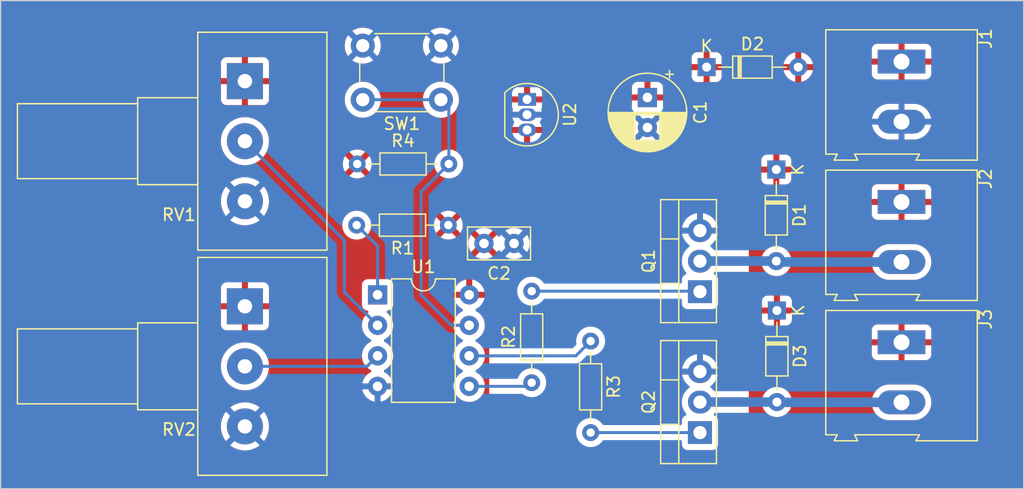
<source format=kicad_pcb>
(kicad_pcb (version 20221018) (generator pcbnew)
  (layers (0 "F.Cu" signal) (31 "B.Cu" signal) (34 "B.Paste" user) (35 "F.Paste" user) (36 "B.SilkS" user "B.Silkscreen") (37 "F.SilkS" user "F.Silkscreen") (38 "B.Mask" user) (39 "F.Mask" user) (44 "Edge.Cuts" user))
  (net 0 "")
  (net 1 "GND")
  (net 2 "+5V")
  (net 3 "+12V")
  (net 4 "Net-(D1-A)")
  (net 5 "Net-(D3-A)")
  (net 6 "Net-(Q1-G)")
  (net 7 "Net-(U1-~{RESET}{slash}PB5)")
  (net 8 "Net-(Q2-G)")
  (net 9 "Net-(U1-AREF{slash}PB0)")
  (net 10 "Net-(U1-PB1)")
  (net 11 "+12P")
  (net 12 "Net-(U1-XTAL2{slash}PB4)")
  (net 13 "Net-(U1-XTAL1{slash}PB3)")
  (net 14 "Net-(U1-PB2)")
  (footprint "Package_TO_SOT_THT:TO-220-3_Vertical" (layer "F.Cu") (at 171.196 62.3316 90)
    (fp_text reference "Q1" (at 2.54 -4.27 90) (layer "F.SilkS"))
    (fp_text value "IRLZ44N")
    (fp_line (start -2.58 -3.27) (end -2.58 1.371) (stroke (width 0.12)) (layer "F.SilkS"))
    (fp_line (start -2.58 -3.27) (end 7.66 -3.27) (stroke (width 0.12)) (layer "F.SilkS"))
    (fp_line (start -2.58 -1.76) (end 7.66 -1.76) (stroke (width 0.12)) (layer "F.SilkS"))
    (fp_line (start -2.58 1.371) (end 7.66 1.371) (stroke (width 0.12)) (layer "F.SilkS"))
    (fp_line (start 0.69 -3.27) (end 0.69 -1.76) (stroke (width 0.12)) (layer "F.SilkS"))
    (fp_line (start 4.391 -3.27) (end 4.391 -1.76) (stroke (width 0.12)) (layer "F.SilkS"))
    (fp_line (start 7.66 -3.27) (end 7.66 1.371) (stroke (width 0.12)) (layer "F.SilkS"))
    (pad "1" thru_hole rect (at 0 0 90) (size 1.905 2) (drill 1.1) (layers "*.Cu" "*.Mask") (net 6 "Net-(Q1-G)"))
    (pad "2" thru_hole oval (at 2.54 0 90) (size 1.905 2) (drill 1.1) (layers "*.Cu" "*.Mask") (net 4 "Net-(D1-A)"))
    (pad "3" thru_hole oval (at 5.08 0 90) (size 1.905 2) (drill 1.1) (layers "*.Cu" "*.Mask") (net 1 "GND"))
  )
  (footprint "Diode_THT:D_DO-34_SOD68_P7.62mm_Horizontal" (layer "F.Cu") (at 171.7498 43.6372)
    (fp_text reference "D2" (at 3.81 -1.92) (layer "F.SilkS"))
    (fp_text value "1N5820")
    (fp_text user "K" (at 0 -1.75) (layer "F.SilkS"))
    (fp_line (start 0.99 0) (end 2.17 0) (stroke (width 0.12)) (layer "F.SilkS"))
    (fp_line (start 2.17 -0.92) (end 2.17 0.92) (stroke (width 0.12)) (layer "F.SilkS"))
    (fp_line (start 2.17 0.92) (end 5.45 0.92) (stroke (width 0.12)) (layer "F.SilkS"))
    (fp_line (start 2.626 -0.92) (end 2.626 0.92) (stroke (width 0.12)) (layer "F.SilkS"))
    (fp_line (start 2.746 -0.92) (end 2.746 0.92) (stroke (width 0.12)) (layer "F.SilkS"))
    (fp_line (start 2.866 -0.92) (end 2.866 0.92) (stroke (width 0.12)) (layer "F.SilkS"))
    (fp_line (start 5.45 -0.92) (end 2.17 -0.92) (stroke (width 0.12)) (layer "F.SilkS"))
    (fp_line (start 5.45 0.92) (end 5.45 -0.92) (stroke (width 0.12)) (layer "F.SilkS"))
    (fp_line (start 6.63 0) (end 5.45 0) (stroke (width 0.12)) (layer "F.SilkS"))
    (pad "1" thru_hole rect (at 0 0) (size 1.5 1.5) (drill 0.75) (layers "*.Cu" "*.Mask") (net 11 "+12P"))
    (pad "2" thru_hole oval (at 7.62 0) (size 1.5 1.5) (drill 0.75) (layers "*.Cu" "*.Mask") (net 3 "+12V"))
  )
  (footprint "Diode_THT:D_DO-34_SOD68_P7.62mm_Horizontal" (layer "F.Cu") (at 177.546 52.1666 -90)
    (fp_text reference "D1" (at 3.81 -1.92 90) (layer "F.SilkS"))
    (fp_text value "1N5820")
    (fp_text user "K" (at 0 -1.75 90) (layer "F.SilkS"))
    (fp_line (start 0.99 0) (end 2.17 0) (stroke (width 0.12)) (layer "F.SilkS"))
    (fp_line (start 2.17 -0.92) (end 2.17 0.92) (stroke (width 0.12)) (layer "F.SilkS"))
    (fp_line (start 2.17 0.92) (end 5.45 0.92) (stroke (width 0.12)) (layer "F.SilkS"))
    (fp_line (start 2.626 -0.92) (end 2.626 0.92) (stroke (width 0.12)) (layer "F.SilkS"))
    (fp_line (start 2.746 -0.92) (end 2.746 0.92) (stroke (width 0.12)) (layer "F.SilkS"))
    (fp_line (start 2.866 -0.92) (end 2.866 0.92) (stroke (width 0.12)) (layer "F.SilkS"))
    (fp_line (start 5.45 -0.92) (end 2.17 -0.92) (stroke (width 0.12)) (layer "F.SilkS"))
    (fp_line (start 5.45 0.92) (end 5.45 -0.92) (stroke (width 0.12)) (layer "F.SilkS"))
    (fp_line (start 6.63 0) (end 5.45 0) (stroke (width 0.12)) (layer "F.SilkS"))
    (pad "1" thru_hole rect (at 0 0 270) (size 1.5 1.5) (drill 0.75) (layers "*.Cu" "*.Mask") (net 3 "+12V"))
    (pad "2" thru_hole oval (at 7.62 0 270) (size 1.5 1.5) (drill 0.75) (layers "*.Cu" "*.Mask") (net 4 "Net-(D1-A)"))
  )
  (footprint "Potentiometer_THT:Potentiometer_Alps_RK163_Single_Horizontal" (layer "F.Cu") (at 133.35 63.5508)
    (fp_text reference "RV2" (at -5.4864 10.2616 180) (layer "F.SilkS"))
    (fp_text value "OUT1")
    (fp_line (start -18.92 8.12) (end -18.92 1.88) (stroke (width 0.12)) (layer "F.SilkS"))
    (fp_line (start -8.92 1.88) (end -18.92 1.88) (stroke (width 0.12)) (layer "F.SilkS"))
    (fp_line (start -8.92 8.12) (end -18.92 8.12) (stroke (width 0.12)) (layer "F.SilkS"))
    (fp_line (start -8.92 8.62) (end -8.92 1.38) (stroke (width 0.12)) (layer "F.SilkS"))
    (fp_line (start -3.92 1.38) (end -8.92 1.38) (stroke (width 0.12)) (layer "F.SilkS"))
    (fp_line (start -3.92 8.62) (end -8.92 8.62) (stroke (width 0.12)) (layer "F.SilkS"))
    (fp_line (start -3.92 14.07) (end -3.92 -4.07) (stroke (width 0.12)) (layer "F.SilkS"))
    (fp_line (start 6.82 -4.07) (end -3.92 -4.07) (stroke (width 0.12)) (layer "F.SilkS"))
    (fp_line (start 6.82 14.07) (end -3.92 14.07) (stroke (width 0.12)) (layer "F.SilkS"))
    (fp_line (start 6.82 14.07) (end 6.82 -4.07) (stroke (width 0.12)) (layer "F.SilkS"))
    (pad "1" thru_hole rect (at 0 0 180) (size 3 3) (drill 1.2) (layers "*.Cu" "*.Mask") (net 2 "+5V"))
    (pad "2" thru_hole circle (at 0 5 180) (size 3 3) (drill 1.2) (layers "*.Cu" "*.Mask") (net 12 "Net-(U1-XTAL2{slash}PB4)"))
    (pad "3" thru_hole circle (at 0 10 180) (size 3 3) (drill 1.2) (layers "*.Cu" "*.Mask") (net 1 "GND"))
  )
  (footprint "Diode_THT:D_DO-34_SOD68_P7.62mm_Horizontal" (layer "F.Cu") (at 177.5968 63.9014 -90)
    (fp_text reference "D3" (at 3.81 -1.92 90) (layer "F.SilkS"))
    (fp_text value "1N5820")
    (fp_text user "K" (at 0 -1.75 90) (layer "F.SilkS"))
    (fp_line (start 0.99 0) (end 2.17 0) (stroke (width 0.12)) (layer "F.SilkS"))
    (fp_line (start 2.17 -0.92) (end 2.17 0.92) (stroke (width 0.12)) (layer "F.SilkS"))
    (fp_line (start 2.17 0.92) (end 5.45 0.92) (stroke (width 0.12)) (layer "F.SilkS"))
    (fp_line (start 2.626 -0.92) (end 2.626 0.92) (stroke (width 0.12)) (layer "F.SilkS"))
    (fp_line (start 2.746 -0.92) (end 2.746 0.92) (stroke (width 0.12)) (layer "F.SilkS"))
    (fp_line (start 2.866 -0.92) (end 2.866 0.92) (stroke (width 0.12)) (layer "F.SilkS"))
    (fp_line (start 5.45 -0.92) (end 2.17 -0.92) (stroke (width 0.12)) (layer "F.SilkS"))
    (fp_line (start 5.45 0.92) (end 5.45 -0.92) (stroke (width 0.12)) (layer "F.SilkS"))
    (fp_line (start 6.63 0) (end 5.45 0) (stroke (width 0.12)) (layer "F.SilkS"))
    (pad "1" thru_hole rect (at 0 0 270) (size 1.5 1.5) (drill 0.75) (layers "*.Cu" "*.Mask") (net 3 "+12V"))
    (pad "2" thru_hole oval (at 7.62 0 270) (size 1.5 1.5) (drill 0.75) (layers "*.Cu" "*.Mask") (net 5 "Net-(D3-A)"))
  )
  (footprint "Package_TO_SOT_THT:TO-220-3_Vertical" (layer "F.Cu") (at 171.196 74.0664 90)
    (fp_text reference "Q2" (at 2.54 -4.27 90) (layer "F.SilkS"))
    (fp_text value "IRLZ44N")
    (fp_line (start -2.58 -3.27) (end -2.58 1.371) (stroke (width 0.12)) (layer "F.SilkS"))
    (fp_line (start -2.58 -3.27) (end 7.66 -3.27) (stroke (width 0.12)) (layer "F.SilkS"))
    (fp_line (start -2.58 -1.76) (end 7.66 -1.76) (stroke (width 0.12)) (layer "F.SilkS"))
    (fp_line (start -2.58 1.371) (end 7.66 1.371) (stroke (width 0.12)) (layer "F.SilkS"))
    (fp_line (start 0.69 -3.27) (end 0.69 -1.76) (stroke (width 0.12)) (layer "F.SilkS"))
    (fp_line (start 4.391 -3.27) (end 4.391 -1.76) (stroke (width 0.12)) (layer "F.SilkS"))
    (fp_line (start 7.66 -3.27) (end 7.66 1.371) (stroke (width 0.12)) (layer "F.SilkS"))
    (pad "1" thru_hole rect (at 0 0 90) (size 1.905 2) (drill 1.1) (layers "*.Cu" "*.Mask") (net 8 "Net-(Q2-G)"))
    (pad "2" thru_hole oval (at 2.54 0 90) (size 1.905 2) (drill 1.1) (layers "*.Cu" "*.Mask") (net 5 "Net-(D3-A)"))
    (pad "3" thru_hole oval (at 5.08 0 90) (size 1.905 2) (drill 1.1) (layers "*.Cu" "*.Mask") (net 1 "GND"))
  )
  (footprint "Package_TO_SOT_THT:TO-92_Inline" (layer "F.Cu") (at 156.8152 46.3296 -90)
    (fp_text reference "U2" (at 1.27 -3.56 90) (layer "F.SilkS"))
    (fp_text value "L78L05_TO92")
    (fp_line (start -0.53 1.85) (end 3.07 1.85) (stroke (width 0.12)) (layer "F.SilkS"))
    (fp_arc (start -0.568478 1.838478) (mid -1.132087 -0.994977) (end 1.27 -2.6) (stroke (width 0.12)) (layer "F.SilkS"))
    (fp_arc (start 1.27 -2.6) (mid 3.672087 -0.994977) (end 3.108478 1.838478) (stroke (width 0.12)) (layer "F.SilkS"))
    (pad "1" thru_hole rect (at 0 0 270) (size 1.05 1.5) (drill 0.75) (layers "*.Cu" "*.Mask") (net 11 "+12P"))
    (pad "2" thru_hole oval (at 1.27 0 270) (size 1.05 1.5) (drill 0.75) (layers "*.Cu" "*.Mask") (net 1 "GND"))
    (pad "3" thru_hole oval (at 2.54 0 270) (size 1.05 1.5) (drill 0.75) (layers "*.Cu" "*.Mask") (net 2 "+5V"))
  )
  (footprint "TerminalBlock:TerminalBlock_Altech_AK300-2_P5.00mm" (layer "F.Cu") (at 187.96 54.864 -90)
    (fp_text reference "J2" (at -1.92 -6.99 90) (layer "F.SilkS"))
    (fp_text value "OUT0")
    (fp_line (start -2.65 -6.3) (end -2.65 6.3) (stroke (width 0.12)) (layer "F.SilkS"))
    (fp_line (start -2.65 6.3) (end 7.7 6.3) (stroke (width 0.12)) (layer "F.SilkS"))
    (fp_line (start 7.7 -1.5) (end 8.2 -1.2) (stroke (width 0.12)) (layer "F.SilkS"))
    (fp_line (start 7.7 3.9) (end 7.7 -1.5) (stroke (width 0.12)) (layer "F.SilkS"))
    (fp_line (start 7.7 5.35) (end 8.2 5.6) (stroke (width 0.12)) (layer "F.SilkS"))
    (fp_line (start 7.7 6.3) (end 7.7 5.35) (stroke (width 0.12)) (layer "F.SilkS"))
    (fp_line (start 8.2 -6.3) (end -2.65 -6.3) (stroke (width 0.12)) (layer "F.SilkS"))
    (fp_line (start 8.2 -1.2) (end 8.2 -6.3) (stroke (width 0.12)) (layer "F.SilkS"))
    (fp_line (start 8.2 3.65) (end 7.7 3.9) (stroke (width 0.12)) (layer "F.SilkS"))
    (fp_line (start 8.2 3.7) (end 8.2 3.65) (stroke (width 0.12)) (layer "F.SilkS"))
    (fp_line (start 8.2 5.6) (end 8.2 3.7) (stroke (width 0.12)) (layer "F.SilkS"))
    (pad "1" thru_hole rect (at 0 0 270) (size 1.98 3.96) (drill 1.32) (layers "*.Cu" "*.Mask") (net 3 "+12V"))
    (pad "2" thru_hole oval (at 5 0 270) (size 1.98 3.96) (drill 1.32) (layers "*.Cu" "*.Mask") (net 4 "Net-(D1-A)"))
  )
  (footprint "Button_Switch_THT:SW_PUSH_6mm" (layer "F.Cu") (at 149.65 46.35 180)
    (fp_text reference "SW1" (at 3.25 -2) (layer "F.SilkS"))
    (fp_text value "Function")
    (fp_line (start -0.25 1.5) (end -0.25 3) (stroke (width 0.12)) (layer "F.SilkS"))
    (fp_line (start 1 5.5) (end 5.5 5.5) (stroke (width 0.12)) (layer "F.SilkS"))
    (fp_line (start 5.5 -1) (end 1 -1) (stroke (width 0.12)) (layer "F.SilkS"))
    (fp_line (start 6.75 3) (end 6.75 1.5) (stroke (width 0.12)) (layer "F.SilkS"))
    (pad "1" thru_hole circle (at 0 0 270) (size 2 2) (drill 1.1) (layers "*.Cu" "*.Mask") (net 14 "Net-(U1-PB2)"))
    (pad "1" thru_hole circle (at 6.5 0 270) (size 2 2) (drill 1.1) (layers "*.Cu" "*.Mask") (net 14 "Net-(U1-PB2)"))
    (pad "2" thru_hole circle (at 0 4.5 270) (size 2 2) (drill 1.1) (layers "*.Cu" "*.Mask") (net 1 "GND"))
    (pad "2" thru_hole circle (at 6.5 4.5 270) (size 2 2) (drill 1.1) (layers "*.Cu" "*.Mask") (net 1 "GND"))
  )
  (footprint "Package_DIP:DIP-8_W7.62mm" (layer "F.Cu") (at 144.3836 62.5956)
    (fp_text reference "U1" (at 3.81 -2.33) (layer "F.SilkS"))
    (fp_text value "ATtiny45V-10P")
    (fp_line (start 1.16 -1.33) (end 1.16 8.95) (stroke (width 0.12)) (layer "F.SilkS"))
    (fp_line (start 1.16 8.95) (end 6.46 8.95) (stroke (width 0.12)) (layer "F.SilkS"))
    (fp_line (start 2.81 -1.33) (end 1.16 -1.33) (stroke (width 0.12)) (layer "F.SilkS"))
    (fp_line (start 6.46 -1.33) (end 4.81 -1.33) (stroke (width 0.12)) (layer "F.SilkS"))
    (fp_line (start 6.46 8.95) (end 6.46 -1.33) (stroke (width 0.12)) (layer "F.SilkS"))
    (fp_arc (start 4.81 -1.33) (mid 3.81 -0.33) (end 2.81 -1.33) (stroke (width 0.12)) (layer "F.SilkS"))
    (pad "1" thru_hole rect (at 0 0) (size 1.6 1.6) (drill 0.8) (layers "*.Cu" "*.Mask") (net 7 "Net-(U1-~{RESET}{slash}PB5)"))
    (pad "2" thru_hole oval (at 0 2.54) (size 1.6 1.6) (drill 0.8) (layers "*.Cu" "*.Mask") (net 13 "Net-(U1-XTAL1{slash}PB3)"))
    (pad "3" thru_hole oval (at 0 5.08) (size 1.6 1.6) (drill 0.8) (layers "*.Cu" "*.Mask") (net 12 "Net-(U1-XTAL2{slash}PB4)"))
    (pad "4" thru_hole oval (at 0 7.62) (size 1.6 1.6) (drill 0.8) (layers "*.Cu" "*.Mask") (net 1 "GND"))
    (pad "5" thru_hole oval (at 7.62 7.62) (size 1.6 1.6) (drill 0.8) (layers "*.Cu" "*.Mask") (net 9 "Net-(U1-AREF{slash}PB0)"))
    (pad "6" thru_hole oval (at 7.62 5.08) (size 1.6 1.6) (drill 0.8) (layers "*.Cu" "*.Mask") (net 10 "Net-(U1-PB1)"))
    (pad "7" thru_hole oval (at 7.62 2.54) (size 1.6 1.6) (drill 0.8) (layers "*.Cu" "*.Mask") (net 14 "Net-(U1-PB2)"))
    (pad "8" thru_hole oval (at 7.62 0) (size 1.6 1.6) (drill 0.8) (layers "*.Cu" "*.Mask") (net 2 "+5V"))
  )
  (footprint "Capacitor_THT:CP_Radial_D6.3mm_P2.50mm" (layer "F.Cu") (at 166.8272 46.1664 -90)
    (fp_text reference "C1" (at 1.25 -4.4 90) (layer "F.SilkS"))
    (fp_text value "100uf")
    (fp_line (start -2.250241 -1.839) (end -1.620241 -1.839) (stroke (width 0.12)) (layer "F.SilkS"))
    (fp_line (start -1.935241 -2.154) (end -1.935241 -1.524) (stroke (width 0.12)) (layer "F.SilkS"))
    (fp_line (start 1.25 -3.23) (end 1.25 3.23) (stroke (width 0.12)) (layer "F.SilkS"))
    (fp_line (start 1.29 -3.23) (end 1.29 3.23) (stroke (width 0.12)) (layer "F.SilkS"))
    (fp_line (start 1.33 -3.23) (end 1.33 3.23) (stroke (width 0.12)) (layer "F.SilkS"))
    (fp_line (start 1.37 -3.228) (end 1.37 3.228) (stroke (width 0.12)) (layer "F.SilkS"))
    (fp_line (start 1.41 -3.227) (end 1.41 3.227) (stroke (width 0.12)) (layer "F.SilkS"))
    (fp_line (start 1.45 -3.224) (end 1.45 3.224) (stroke (width 0.12)) (layer "F.SilkS"))
    (fp_line (start 1.49 -3.222) (end 1.49 -1.04) (stroke (width 0.12)) (layer "F.SilkS"))
    (fp_line (start 1.49 1.04) (end 1.49 3.222) (stroke (width 0.12)) (layer "F.SilkS"))
    (fp_line (start 1.53 -3.218) (end 1.53 -1.04) (stroke (width 0.12)) (layer "F.SilkS"))
    (fp_line (start 1.53 1.04) (end 1.53 3.218) (stroke (width 0.12)) (layer "F.SilkS"))
    (fp_line (start 1.57 -3.215) (end 1.57 -1.04) (stroke (width 0.12)) (layer "F.SilkS"))
    (fp_line (start 1.57 1.04) (end 1.57 3.215) (stroke (width 0.12)) (layer "F.SilkS"))
    (fp_line (start 1.61 -3.211) (end 1.61 -1.04) (stroke (width 0.12)) (layer "F.SilkS"))
    (fp_line (start 1.61 1.04) (end 1.61 3.211) (stroke (width 0.12)) (layer "F.SilkS"))
    (fp_line (start 1.65 -3.206) (end 1.65 -1.04) (stroke (width 0.12)) (layer "F.SilkS"))
    (fp_line (start 1.65 1.04) (end 1.65 3.206) (stroke (width 0.12)) (layer "F.SilkS"))
    (fp_line (start 1.69 -3.201) (end 1.69 -1.04) (stroke (width 0.12)) (layer "F.SilkS"))
    (fp_line (start 1.69 1.04) (end 1.69 3.201) (stroke (width 0.12)) (layer "F.SilkS"))
    (fp_line (start 1.73 -3.195) (end 1.73 -1.04) (stroke (width 0.12)) (layer "F.SilkS"))
    (fp_line (start 1.73 1.04) (end 1.73 3.195) (stroke (width 0.12)) (layer "F.SilkS"))
    (fp_line (start 1.77 -3.189) (end 1.77 -1.04) (stroke (width 0.12)) (layer "F.SilkS"))
    (fp_line (start 1.77 1.04) (end 1.77 3.189) (stroke (width 0.12)) (layer "F.SilkS"))
    (fp_line (start 1.81 -3.182) (end 1.81 -1.04) (stroke (width 0.12)) (layer "F.SilkS"))
    (fp_line (start 1.81 1.04) (end 1.81 3.182) (stroke (width 0.12)) (layer "F.SilkS"))
    (fp_line (start 1.85 -3.175) (end 1.85 -1.04) (stroke (width 0.12)) (layer "F.SilkS"))
    (fp_line (start 1.85 1.04) (end 1.85 3.175) (stroke (width 0.12)) (layer "F.SilkS"))
    (fp_line (start 1.89 -3.167) (end 1.89 -1.04) (stroke (width 0.12)) (layer "F.SilkS"))
    (fp_line (start 1.89 1.04) (end 1.89 3.167) (stroke (width 0.12)) (layer "F.SilkS"))
    (fp_line (start 1.93 -3.159) (end 1.93 -1.04) (stroke (width 0.12)) (layer "F.SilkS"))
    (fp_line (start 1.93 1.04) (end 1.93 3.159) (stroke (width 0.12)) (layer "F.SilkS"))
    (fp_line (start 1.971 -3.15) (end 1.971 -1.04) (stroke (width 0.12)) (layer "F.SilkS"))
    (fp_line (start 1.971 1.04) (end 1.971 3.15) (stroke (width 0.12)) (layer "F.SilkS"))
    (fp_line (start 2.011 -3.141) (end 2.011 -1.04) (stroke (width 0.12)) (layer "F.SilkS"))
    (fp_line (start 2.011 1.04) (end 2.011 3.141) (stroke (width 0.12)) (layer "F.SilkS"))
    (fp_line (start 2.051 -3.131) (end 2.051 -1.04) (stroke (width 0.12)) (layer "F.SilkS"))
    (fp_line (start 2.051 1.04) (end 2.051 3.131) (stroke (width 0.12)) (layer "F.SilkS"))
    (fp_line (start 2.091 -3.121) (end 2.091 -1.04) (stroke (width 0.12)) (layer "F.SilkS"))
    (fp_line (start 2.091 1.04) (end 2.091 3.121) (stroke (width 0.12)) (layer "F.SilkS"))
    (fp_line (start 2.131 -3.11) (end 2.131 -1.04) (stroke (width 0.12)) (layer "F.SilkS"))
    (fp_line (start 2.131 1.04) (end 2.131 3.11) (stroke (width 0.12)) (layer "F.SilkS"))
    (fp_line (start 2.171 -3.098) (end 2.171 -1.04) (stroke (width 0.12)) (layer "F.SilkS"))
    (fp_line (start 2.171 1.04) (end 2.171 3.098) (stroke (width 0.12)) (layer "F.SilkS"))
    (fp_line (start 2.211 -3.086) (end 2.211 -1.04) (stroke (width 0.12)) (layer "F.SilkS"))
    (fp_line (start 2.211 1.04) (end 2.211 3.086) (stroke (width 0.12)) (layer "F.SilkS"))
    (fp_line (start 2.251 -3.074) (end 2.251 -1.04) (stroke (width 0.12)) (layer "F.SilkS"))
    (fp_line (start 2.251 1.04) (end 2.251 3.074) (stroke (width 0.12)) (layer "F.SilkS"))
    (fp_line (start 2.291 -3.061) (end 2.291 -1.04) (stroke (width 0.12)) (layer "F.SilkS"))
    (fp_line (start 2.291 1.04) (end 2.291 3.061) (stroke (width 0.12)) (layer "F.SilkS"))
    (fp_line (start 2.331 -3.047) (end 2.331 -1.04) (stroke (width 0.12)) (layer "F.SilkS"))
    (fp_line (start 2.331 1.04) (end 2.331 3.047) (stroke (width 0.12)) (layer "F.SilkS"))
    (fp_line (start 2.371 -3.033) (end 2.371 -1.04) (stroke (width 0.12)) (layer "F.SilkS"))
    (fp_line (start 2.371 1.04) (end 2.371 3.033) (stroke (width 0.12)) (layer "F.SilkS"))
    (fp_line (start 2.411 -3.018) (end 2.411 -1.04) (stroke (width 0.12)) (layer "F.SilkS"))
    (fp_line (start 2.411 1.04) (end 2.411 3.018) (stroke (width 0.12)) (layer "F.SilkS"))
    (fp_line (start 2.451 -3.002) (end 2.451 -1.04) (stroke (width 0.12)) (layer "F.SilkS"))
    (fp_line (start 2.451 1.04) (end 2.451 3.002) (stroke (width 0.12)) (layer "F.SilkS"))
    (fp_line (start 2.491 -2.986) (end 2.491 -1.04) (stroke (width 0.12)) (layer "F.SilkS"))
    (fp_line (start 2.491 1.04) (end 2.491 2.986) (stroke (width 0.12)) (layer "F.SilkS"))
    (fp_line (start 2.531 -2.97) (end 2.531 -1.04) (stroke (width 0.12)) (layer "F.SilkS"))
    (fp_line (start 2.531 1.04) (end 2.531 2.97) (stroke (width 0.12)) (layer "F.SilkS"))
    (fp_line (start 2.571 -2.952) (end 2.571 -1.04) (stroke (width 0.12)) (layer "F.SilkS"))
    (fp_line (start 2.571 1.04) (end 2.571 2.952) (stroke (width 0.12)) (layer "F.SilkS"))
    (fp_line (start 2.611 -2.934) (end 2.611 -1.04) (stroke (width 0.12)) (layer "F.SilkS"))
    (fp_line (start 2.611 1.04) (end 2.611 2.934) (stroke (width 0.12)) (layer "F.SilkS"))
    (fp_line (start 2.651 -2.916) (end 2.651 -1.04) (stroke (width 0.12)) (layer "F.SilkS"))
    (fp_line (start 2.651 1.04) (end 2.651 2.916) (stroke (width 0.12)) (layer "F.SilkS"))
    (fp_line (start 2.691 -2.896) (end 2.691 -1.04) (stroke (width 0.12)) (layer "F.SilkS"))
    (fp_line (start 2.691 1.04) (end 2.691 2.896) (stroke (width 0.12)) (layer "F.SilkS"))
    (fp_line (start 2.731 -2.876) (end 2.731 -1.04) (stroke (width 0.12)) (layer "F.SilkS"))
    (fp_line (start 2.731 1.04) (end 2.731 2.876) (stroke (width 0.12)) (layer "F.SilkS"))
    (fp_line (start 2.771 -2.856) (end 2.771 -1.04) (stroke (width 0.12)) (layer "F.SilkS"))
    (fp_line (start 2.771 1.04) (end 2.771 2.856) (stroke (width 0.12)) (layer "F.SilkS"))
    (fp_line (start 2.811 -2.834) (end 2.811 -1.04) (stroke (width 0.12)) (layer "F.SilkS"))
    (fp_line (start 2.811 1.04) (end 2.811 2.834) (stroke (width 0.12)) (layer "F.SilkS"))
    (fp_line (start 2.851 -2.812) (end 2.851 -1.04) (stroke (width 0.12)) (layer "F.SilkS"))
    (fp_line (start 2.851 1.04) (end 2.851 2.812) (stroke (width 0.12)) (layer "F.SilkS"))
    (fp_line (start 2.891 -2.79) (end 2.891 -1.04) (stroke (width 0.12)) (layer "F.SilkS"))
    (fp_line (start 2.891 1.04) (end 2.891 2.79) (stroke (width 0.12)) (layer "F.SilkS"))
    (fp_line (start 2.931 -2.766) (end 2.931 -1.04) (stroke (width 0.12)) (layer "F.SilkS"))
    (fp_line (start 2.931 1.04) (end 2.931 2.766) (stroke (width 0.12)) (layer "F.SilkS"))
    (fp_line (start 2.971 -2.742) (end 2.971 -1.04) (stroke (width 0.12)) (layer "F.SilkS"))
    (fp_line (start 2.971 1.04) (end 2.971 2.742) (stroke (width 0.12)) (layer "F.SilkS"))
    (fp_line (start 3.011 -2.716) (end 3.011 -1.04) (stroke (width 0.12)) (layer "F.SilkS"))
    (fp_line (start 3.011 1.04) (end 3.011 2.716) (stroke (width 0.12)) (layer "F.SilkS"))
    (fp_line (start 3.051 -2.69) (end 3.051 -1.04) (stroke (width 0.12)) (layer "F.SilkS"))
    (fp_line (start 3.051 1.04) (end 3.051 2.69) (stroke (width 0.12)) (layer "F.SilkS"))
    (fp_line (start 3.091 -2.664) (end 3.091 -1.04) (stroke (width 0.12)) (layer "F.SilkS"))
    (fp_line (start 3.091 1.04) (end 3.091 2.664) (stroke (width 0.12)) (layer "F.SilkS"))
    (fp_line (start 3.131 -2.636) (end 3.131 -1.04) (stroke (width 0.12)) (layer "F.SilkS"))
    (fp_line (start 3.131 1.04) (end 3.131 2.636) (stroke (width 0.12)) (layer "F.SilkS"))
    (fp_line (start 3.171 -2.607) (end 3.171 -1.04) (stroke (width 0.12)) (layer "F.SilkS"))
    (fp_line (start 3.171 1.04) (end 3.171 2.607) (stroke (width 0.12)) (layer "F.SilkS"))
    (fp_line (start 3.211 -2.578) (end 3.211 -1.04) (stroke (width 0.12)) (layer "F.SilkS"))
    (fp_line (start 3.211 1.04) (end 3.211 2.578) (stroke (width 0.12)) (layer "F.SilkS"))
    (fp_line (start 3.251 -2.548) (end 3.251 -1.04) (stroke (width 0.12)) (layer "F.SilkS"))
    (fp_line (start 3.251 1.04) (end 3.251 2.548) (stroke (width 0.12)) (layer "F.SilkS"))
    (fp_line (start 3.291 -2.516) (end 3.291 -1.04) (stroke (width 0.12)) (layer "F.SilkS"))
    (fp_line (start 3.291 1.04) (end 3.291 2.516) (stroke (width 0.12)) (layer "F.SilkS"))
    (fp_line (start 3.331 -2.484) (end 3.331 -1.04) (stroke (width 0.12)) (layer "F.SilkS"))
    (fp_line (start 3.331 1.04) (end 3.331 2.484) (stroke (width 0.12)) (layer "F.SilkS"))
    (fp_line (start 3.371 -2.45) (end 3.371 -1.04) (stroke (width 0.12)) (layer "F.SilkS"))
    (fp_line (start 3.371 1.04) (end 3.371 2.45) (stroke (width 0.12)) (layer "F.SilkS"))
    (fp_line (start 3.411 -2.416) (end 3.411 -1.04) (stroke (width 0.12)) (layer "F.SilkS"))
    (fp_line (start 3.411 1.04) (end 3.411 2.416) (stroke (width 0.12)) (layer "F.SilkS"))
    (fp_line (start 3.451 -2.38) (end 3.451 -1.04) (stroke (width 0.12)) (layer "F.SilkS"))
    (fp_line (start 3.451 1.04) (end 3.451 2.38) (stroke (width 0.12)) (layer "F.SilkS"))
    (fp_line (start 3.491 -2.343) (end 3.491 -1.04) (stroke (width 0.12)) (layer "F.SilkS"))
    (fp_line (start 3.491 1.04) (end 3.491 2.343) (stroke (width 0.12)) (layer "F.SilkS"))
    (fp_line (start 3.531 -2.305) (end 3.531 -1.04) (stroke (width 0.12)) (layer "F.SilkS"))
    (fp_line (start 3.531 1.04) (end 3.531 2.305) (stroke (width 0.12)) (layer "F.SilkS"))
    (fp_line (start 3.571 -2.265) (end 3.571 2.265) (stroke (width 0.12)) (layer "F.SilkS"))
    (fp_line (start 3.611 -2.224) (end 3.611 2.224) (stroke (width 0.12)) (layer "F.SilkS"))
    (fp_line (start 3.651 -2.182) (end 3.651 2.182) (stroke (width 0.12)) (layer "F.SilkS"))
    (fp_line (start 3.691 -2.137) (end 3.691 2.137) (stroke (width 0.12)) (layer "F.SilkS"))
    (fp_line (start 3.731 -2.092) (end 3.731 2.092) (stroke (width 0.12)) (layer "F.SilkS"))
    (fp_line (start 3.771 -2.044) (end 3.771 2.044) (stroke (width 0.12)) (layer "F.SilkS"))
    (fp_line (start 3.811 -1.995) (end 3.811 1.995) (stroke (width 0.12)) (layer "F.SilkS"))
    (fp_line (start 3.851 -1.944) (end 3.851 1.944) (stroke (width 0.12)) (layer "F.SilkS"))
    (fp_line (start 3.891 -1.89) (end 3.891 1.89) (stroke (width 0.12)) (layer "F.SilkS"))
    (fp_line (start 3.931 -1.834) (end 3.931 1.834) (stroke (width 0.12)) (layer "F.SilkS"))
    (fp_line (start 3.971 -1.776) (end 3.971 1.776) (stroke (width 0.12)) (layer "F.SilkS"))
    (fp_line (start 4.011 -1.714) (end 4.011 1.714) (stroke (width 0.12)) (layer "F.SilkS"))
    (fp_line (start 4.051 -1.65) (end 4.051 1.65) (stroke (width 0.12)) (layer "F.SilkS"))
    (fp_line (start 4.091 -1.581) (end 4.091 1.581) (stroke (width 0.12)) (layer "F.SilkS"))
    (fp_line (start 4.131 -1.509) (end 4.131 1.509) (stroke (width 0.12)) (layer "F.SilkS"))
    (fp_line (start 4.171 -1.432) (end 4.171 1.432) (stroke (width 0.12)) (layer "F.SilkS"))
    (fp_line (start 4.211 -1.35) (end 4.211 1.35) (stroke (width 0.12)) (layer "F.SilkS"))
    (fp_line (start 4.251 -1.262) (end 4.251 1.262) (stroke (width 0.12)) (layer "F.SilkS"))
    (fp_line (start 4.291 -1.165) (end 4.291 1.165) (stroke (width 0.12)) (layer "F.SilkS"))
    (fp_line (start 4.331 -1.059) (end 4.331 1.059) (stroke (width 0.12)) (layer "F.SilkS"))
    (fp_line (start 4.371 -0.94) (end 4.371 0.94) (stroke (width 0.12)) (layer "F.SilkS"))
    (fp_line (start 4.411 -0.802) (end 4.411 0.802) (stroke (width 0.12)) (layer "F.SilkS"))
    (fp_line (start 4.451 -0.633) (end 4.451 0.633) (stroke (width 0.12)) (layer "F.SilkS"))
    (fp_line (start 4.491 -0.402) (end 4.491 0.402) (stroke (width 0.12)) (layer "F.SilkS"))
    (fp_circle (center 1.25 0) (end 4.52 0) (stroke (width 0.12)) (fill none) (layer "F.SilkS"))
    (pad "1" thru_hole rect (at 0 0 270) (size 1.6 1.6) (drill 0.8) (layers "*.Cu" "*.Mask") (net 11 "+12P"))
    (pad "2" thru_hole circle (at 2.5 0 270) (size 1.6 1.6) (drill 0.8) (layers "*.Cu" "*.Mask") (net 1 "GND"))
  )
  (footprint "TerminalBlock:TerminalBlock_Altech_AK300-2_P5.00mm" (layer "F.Cu") (at 187.96 43.18 -90)
    (fp_text reference "J1" (at -1.92 -6.99 90) (layer "F.SilkS"))
    (fp_text value "Power_IN")
    (fp_line (start -2.65 -6.3) (end -2.65 6.3) (stroke (width 0.12)) (layer "F.SilkS"))
    (fp_line (start -2.65 6.3) (end 7.7 6.3) (stroke (width 0.12)) (layer "F.SilkS"))
    (fp_line (start 7.7 -1.5) (end 8.2 -1.2) (stroke (width 0.12)) (layer "F.SilkS"))
    (fp_line (start 7.7 3.9) (end 7.7 -1.5) (stroke (width 0.12)) (layer "F.SilkS"))
    (fp_line (start 7.7 5.35) (end 8.2 5.6) (stroke (width 0.12)) (layer "F.SilkS"))
    (fp_line (start 7.7 6.3) (end 7.7 5.35) (stroke (width 0.12)) (layer "F.SilkS"))
    (fp_line (start 8.2 -6.3) (end -2.65 -6.3) (stroke (width 0.12)) (layer "F.SilkS"))
    (fp_line (start 8.2 -1.2) (end 8.2 -6.3) (stroke (width 0.12)) (layer "F.SilkS"))
    (fp_line (start 8.2 3.65) (end 7.7 3.9) (stroke (width 0.12)) (layer "F.SilkS"))
    (fp_line (start 8.2 3.7) (end 8.2 3.65) (stroke (width 0.12)) (layer "F.SilkS"))
    (fp_line (start 8.2 5.6) (end 8.2 3.7) (stroke (width 0.12)) (layer "F.SilkS"))
    (pad "1" thru_hole rect (at 0 0 270) (size 1.98 3.96) (drill 1.32) (layers "*.Cu" "*.Mask") (net 3 "+12V"))
    (pad "2" thru_hole oval (at 5 0 270) (size 1.98 3.96) (drill 1.32) (layers "*.Cu" "*.Mask") (net 1 "GND"))
  )
  (footprint "Capacitor_THT:C_Disc_D5.0mm_W2.5mm_P2.50mm" (layer "F.Cu") (at 155.7328 58.3184 180)
    (fp_text reference "C2" (at 1.25 -2.5) (layer "F.SilkS"))
    (fp_text value "100n")
    (fp_line (start -1.37 -1.37) (end -1.37 1.37) (stroke (width 0.12)) (layer "F.SilkS"))
    (fp_line (start -1.37 -1.37) (end 3.87 -1.37) (stroke (width 0.12)) (layer "F.SilkS"))
    (fp_line (start -1.37 1.37) (end 3.87 1.37) (stroke (width 0.12)) (layer "F.SilkS"))
    (fp_line (start 3.87 -1.37) (end 3.87 1.37) (stroke (width 0.12)) (layer "F.SilkS"))
    (pad "1" thru_hole circle (at 0 0 180) (size 1.6 1.6) (drill 0.8) (layers "*.Cu" "*.Mask") (net 1 "GND"))
    (pad "2" thru_hole circle (at 2.5 0 180) (size 1.6 1.6) (drill 0.8) (layers "*.Cu" "*.Mask") (net 2 "+5V"))
  )
  (footprint "Resistor_THT:R_Axial_DIN0204_L3.6mm_D1.6mm_P7.62mm_Horizontal" (layer "F.Cu") (at 150.2664 56.7944 180)
    (fp_text reference "R1" (at 3.81 -1.92) (layer "F.SilkS"))
    (fp_text value "10k")
    (fp_line (start 0.94 0) (end 1.89 0) (stroke (width 0.12)) (layer "F.SilkS"))
    (fp_line (start 1.89 -0.92) (end 1.89 0.92) (stroke (width 0.12)) (layer "F.SilkS"))
    (fp_line (start 1.89 0.92) (end 5.73 0.92) (stroke (width 0.12)) (layer "F.SilkS"))
    (fp_line (start 5.73 -0.92) (end 1.89 -0.92) (stroke (width 0.12)) (layer "F.SilkS"))
    (fp_line (start 5.73 0.92) (end 5.73 -0.92) (stroke (width 0.12)) (layer "F.SilkS"))
    (fp_line (start 6.68 0) (end 5.73 0) (stroke (width 0.12)) (layer "F.SilkS"))
    (pad "1" thru_hole circle (at 0 0 180) (size 1.4 1.4) (drill 0.7) (layers "*.Cu" "*.Mask") (net 2 "+5V"))
    (pad "2" thru_hole oval (at 7.62 0 180) (size 1.4 1.4) (drill 0.7) (layers "*.Cu" "*.Mask") (net 7 "Net-(U1-~{RESET}{slash}PB5)"))
  )
  (footprint "Resistor_THT:R_Axial_DIN0204_L3.6mm_D1.6mm_P7.62mm_Horizontal" (layer "F.Cu") (at 162.1028 66.4464 -90)
    (fp_text reference "R3" (at 3.81 -1.92 90) (layer "F.SilkS"))
    (fp_text value "470")
    (fp_line (start 0.94 0) (end 1.89 0) (stroke (width 0.12)) (layer "F.SilkS"))
    (fp_line (start 1.89 -0.92) (end 1.89 0.92) (stroke (width 0.12)) (layer "F.SilkS"))
    (fp_line (start 1.89 0.92) (end 5.73 0.92) (stroke (width 0.12)) (layer "F.SilkS"))
    (fp_line (start 5.73 -0.92) (end 1.89 -0.92) (stroke (width 0.12)) (layer "F.SilkS"))
    (fp_line (start 5.73 0.92) (end 5.73 -0.92) (stroke (width 0.12)) (layer "F.SilkS"))
    (fp_line (start 6.68 0) (end 5.73 0) (stroke (width 0.12)) (layer "F.SilkS"))
    (pad "1" thru_hole circle (at 0 0 270) (size 1.4 1.4) (drill 0.7) (layers "*.Cu" "*.Mask") (net 10 "Net-(U1-PB1)"))
    (pad "2" thru_hole oval (at 7.62 0 270) (size 1.4 1.4) (drill 0.7) (layers "*.Cu" "*.Mask") (net 8 "Net-(Q2-G)"))
  )
  (footprint "TerminalBlock:TerminalBlock_Altech_AK300-2_P5.00mm" (layer "F.Cu") (at 187.96 66.548 -90)
    (fp_text reference "J3" (at -1.92 -6.99 90) (layer "F.SilkS"))
    (fp_text value "OUT1")
    (fp_line (start -2.65 -6.3) (end -2.65 6.3) (stroke (width 0.12)) (layer "F.SilkS"))
    (fp_line (start -2.65 6.3) (end 7.7 6.3) (stroke (width 0.12)) (layer "F.SilkS"))
    (fp_line (start 7.7 -1.5) (end 8.2 -1.2) (stroke (width 0.12)) (layer "F.SilkS"))
    (fp_line (start 7.7 3.9) (end 7.7 -1.5) (stroke (width 0.12)) (layer "F.SilkS"))
    (fp_line (start 7.7 5.35) (end 8.2 5.6) (stroke (width 0.12)) (layer "F.SilkS"))
    (fp_line (start 7.7 6.3) (end 7.7 5.35) (stroke (width 0.12)) (layer "F.SilkS"))
    (fp_line (start 8.2 -6.3) (end -2.65 -6.3) (stroke (width 0.12)) (layer "F.SilkS"))
    (fp_line (start 8.2 -1.2) (end 8.2 -6.3) (stroke (width 0.12)) (layer "F.SilkS"))
    (fp_line (start 8.2 3.65) (end 7.7 3.9) (stroke (width 0.12)) (layer "F.SilkS"))
    (fp_line (start 8.2 3.7) (end 8.2 3.65) (stroke (width 0.12)) (layer "F.SilkS"))
    (fp_line (start 8.2 5.6) (end 8.2 3.7) (stroke (width 0.12)) (layer "F.SilkS"))
    (pad "1" thru_hole rect (at 0 0 270) (size 1.98 3.96) (drill 1.32) (layers "*.Cu" "*.Mask") (net 3 "+12V"))
    (pad "2" thru_hole oval (at 5 0 270) (size 1.98 3.96) (drill 1.32) (layers "*.Cu" "*.Mask") (net 5 "Net-(D3-A)"))
  )
  (footprint "Resistor_THT:R_Axial_DIN0204_L3.6mm_D1.6mm_P7.62mm_Horizontal" (layer "F.Cu") (at 142.69 51.7)
    (fp_text reference "R4" (at 3.81 -1.92) (layer "F.SilkS"))
    (fp_text value "10k")
    (fp_line (start 0.94 0) (end 1.89 0) (stroke (width 0.12)) (layer "F.SilkS"))
    (fp_line (start 1.89 -0.92) (end 1.89 0.92) (stroke (width 0.12)) (layer "F.SilkS"))
    (fp_line (start 1.89 0.92) (end 5.73 0.92) (stroke (width 0.12)) (layer "F.SilkS"))
    (fp_line (start 5.73 -0.92) (end 1.89 -0.92) (stroke (width 0.12)) (layer "F.SilkS"))
    (fp_line (start 5.73 0.92) (end 5.73 -0.92) (stroke (width 0.12)) (layer "F.SilkS"))
    (fp_line (start 6.68 0) (end 5.73 0) (stroke (width 0.12)) (layer "F.SilkS"))
    (pad "1" thru_hole circle (at 0 0) (size 1.4 1.4) (drill 0.7) (layers "*.Cu" "*.Mask") (net 2 "+5V"))
    (pad "2" thru_hole oval (at 7.62 0) (size 1.4 1.4) (drill 0.7) (layers "*.Cu" "*.Mask") (net 14 "Net-(U1-PB2)"))
  )
  (footprint "Resistor_THT:R_Axial_DIN0204_L3.6mm_D1.6mm_P7.62mm_Horizontal" (layer "F.Cu") (at 157.2 69.91 90)
    (fp_text reference "R2" (at 3.81 -1.92 90) (layer "F.SilkS"))
    (fp_text value "470")
    (fp_line (start 0.94 0) (end 1.89 0) (stroke (width 0.12)) (layer "F.SilkS"))
    (fp_line (start 1.89 -0.92) (end 1.89 0.92) (stroke (width 0.12)) (layer "F.SilkS"))
    (fp_line (start 1.89 0.92) (end 5.73 0.92) (stroke (width 0.12)) (layer "F.SilkS"))
    (fp_line (start 5.73 -0.92) (end 1.89 -0.92) (stroke (width 0.12)) (layer "F.SilkS"))
    (fp_line (start 5.73 0.92) (end 5.73 -0.92) (stroke (width 0.12)) (layer "F.SilkS"))
    (fp_line (start 6.68 0) (end 5.73 0) (stroke (width 0.12)) (layer "F.SilkS"))
    (pad "1" thru_hole circle (at 0 0 90) (size 1.4 1.4) (drill 0.7) (layers "*.Cu" "*.Mask") (net 9 "Net-(U1-AREF{slash}PB0)"))
    (pad "2" thru_hole oval (at 7.62 0 90) (size 1.4 1.4) (drill 0.7) (layers "*.Cu" "*.Mask") (net 6 "Net-(Q1-G)"))
  )
  (footprint "Potentiometer_THT:Potentiometer_Alps_RK163_Single_Horizontal" (layer "F.Cu") (at 133.35 44.8056)
    (fp_text reference "RV1" (at -5.4864 11.1252 180) (layer "F.SilkS"))
    (fp_text value "OUT0")
    (fp_line (start -18.92 8.12) (end -18.92 1.88) (stroke (width 0.12)) (layer "F.SilkS"))
    (fp_line (start -8.92 1.88) (end -18.92 1.88) (stroke (width 0.12)) (layer "F.SilkS"))
    (fp_line (start -8.92 8.12) (end -18.92 8.12) (stroke (width 0.12)) (layer "F.SilkS"))
    (fp_line (start -8.92 8.62) (end -8.92 1.38) (stroke (width 0.12)) (layer "F.SilkS"))
    (fp_line (start -3.92 1.38) (end -8.92 1.38) (stroke (width 0.12)) (layer "F.SilkS"))
    (fp_line (start -3.92 8.62) (end -8.92 8.62) (stroke (width 0.12)) (layer "F.SilkS"))
    (fp_line (start -3.92 14.07) (end -3.92 -4.07) (stroke (width 0.12)) (layer "F.SilkS"))
    (fp_line (start 6.82 -4.07) (end -3.92 -4.07) (stroke (width 0.12)) (layer "F.SilkS"))
    (fp_line (start 6.82 14.07) (end -3.92 14.07) (stroke (width 0.12)) (layer "F.SilkS"))
    (fp_line (start 6.82 14.07) (end 6.82 -4.07) (stroke (width 0.12)) (layer "F.SilkS"))
    (pad "1" thru_hole rect (at 0 0 180) (size 3 3) (drill 1.2) (layers "*.Cu" "*.Mask") (net 2 "+5V"))
    (pad "2" thru_hole circle (at 0 5 180) (size 3 3) (drill 1.2) (layers "*.Cu" "*.Mask") (net 13 "Net-(U1-XTAL1{slash}PB3)"))
    (pad "3" thru_hole circle (at 0 10 180) (size 3 3) (drill 1.2) (layers "*.Cu" "*.Mask") (net 1 "GND"))
  )
  (gr_line (start 198.12 78.74) (end 198.12 38.1) (stroke (width 0.1)) (layer "Edge.Cuts"))
  (gr_line (start 113.03 78.74) (end 198.12 78.74) (stroke (width 0.1)) (layer "Edge.Cuts"))
  (gr_line (start 113.03 38.1) (end 113.03 78.74) (stroke (width 0.1)) (layer "Edge.Cuts"))
  (gr_line (start 198.12 38.1) (end 113.03 38.1) (stroke (width 0.1)) (layer "Edge.Cuts"))
  (segment (start 177.6234 59.864) (end 177.546 59.7866) (width 0.25) (layer "B.Cu") (net 4))
  (segment (start 187.96 59.864) (end 177.6234 59.864) (width 0.8) (layer "B.Cu") (net 4))
  (segment (start 171.201 59.7866) (end 171.196 59.7916) (width 0.25) (layer "B.Cu") (net 4))
  (segment (start 177.546 59.7866) (end 171.201 59.7866) (width 0.8) (layer "B.Cu") (net 4))
  (segment (start 177.6234 71.548) (end 177.5968 71.5214) (width 0.25) (layer "B.Cu") (net 5))
  (segment (start 187.96 71.548) (end 177.6234 71.548) (width 0.8) (layer "B.Cu") (net 5))
  (segment (start 171.201 71.5214) (end 171.196 71.5264) (width 0.25) (layer "B.Cu") (net 5))
  (segment (start 177.5968 71.5214) (end 171.201 71.5214) (width 0.8) (layer "B.Cu") (net 5))
  (segment (start 157.2 62.29) (end 171.1544 62.29) (width 0.25) (layer "B.Cu") (net 6))
  (segment (start 171.1544 62.29) (end 171.196 62.3316) (width 0.25) (layer "B.Cu") (net 6))
  (segment (start 144.3836 58.5316) (end 144.3836 62.5956) (width 0.25) (layer "B.Cu") (net 7))
  (segment (start 142.6464 56.7944) (end 144.3836 58.5316) (width 0.25) (layer "B.Cu") (net 7))
  (segment (start 171.196 74.0664) (end 162.1028 74.0664) (width 0.25) (layer "B.Cu") (net 8))
  (segment (start 156.8944 70.2156) (end 157.2 69.91) (width 0.25) (layer "B.Cu") (net 9))
  (segment (start 152.0036 70.2156) (end 156.8944 70.2156) (width 0.25) (layer "B.Cu") (net 9))
  (segment (start 160.8736 67.6756) (end 162.1028 66.4464) (width 0.25) (layer "B.Cu") (net 10))
  (segment (start 152.0036 67.6756) (end 160.8736 67.6756) (width 0.25) (layer "B.Cu") (net 10))
  (segment (start 133.35 68.5508) (end 143.5084 68.5508) (width 0.25) (layer "B.Cu") (net 12))
  (segment (start 143.5084 68.5508) (end 144.3836 67.6756) (width 0.25) (layer "B.Cu") (net 12))
  (segment (start 144.3836 65.1356) (end 141.6214 62.3734) (width 0.25) (layer "B.Cu") (net 13))
  (segment (start 141.6214 58.077) (end 133.35 49.8056) (width 0.25) (layer "B.Cu") (net 13))
  (segment (start 141.6214 62.3734) (end 141.6214 58.077) (width 0.25) (layer "B.Cu") (net 13))
  (segment (start 148 62.6) (end 148 54.01) (width 0.25) (layer "B.Cu") (net 14))
  (segment (start 148 54.01) (end 150.31 51.7) (width 0.25) (layer "B.Cu") (net 14))
  (segment (start 149.65 46.35) (end 143.15 46.35) (width 0.25) (layer "B.Cu") (net 14))
  (segment (start 150.31 47.01) (end 149.65 46.35) (width 0.25) (layer "B.Cu") (net 14))
  (segment (start 152.0036 65.1356) (end 150.5356 65.1356) (width 0.25) (layer "B.Cu") (net 14))
  (segment (start 150.5356 65.1356) (end 148 62.6) (width 0.25) (layer "B.Cu") (net 14))
  (segment (start 150.31 51.7) (end 150.31 47.01) (width 0.25) (layer "B.Cu") (net 14))
  (zone (net 11) (net_name "+12P") (layer "F.Cu") (priority 3) (connect_pads (clearance 0.5)) (min_thickness 0.25) (fill yes (thermal_gap 0.5) (thermal_bridge_width 0.5))
    (polygon (pts (xy 173.99 38.1) (xy 173.99 46.99) (xy 154.94 46.99) (xy 154.94 38.1)))
  )
  (zone (net 3) (net_name "+12V") (layer "F.Cu") (priority 1) (connect_pads (clearance 0.5)) (min_thickness 0.25) (fill yes (thermal_gap 0.5) (thermal_bridge_width 0.5))
    (polygon (pts (xy 198.12 78.74) (xy 175.26 78.74) (xy 175.26 38.1) (xy 198.12 38.1)))
  )
  (zone (net 2) (net_name "+5V") (layer "F.Cu") (priority 2) (connect_pads (clearance 0.5)) (min_thickness 0.25) (fill yes (thermal_gap 0.5) (thermal_bridge_width 0.5))
    (polygon (pts (xy 153.67 38.1) (xy 153.67 48.26) (xy 160.02 48.26) (xy 160.02 59.69) (xy 153.67 59.69) (xy 153.67 78.74) (xy 113.03 78.74) (xy 113.03 38.1)))
  )
  (zone (net 1) (net_name "GND") (layer "B.Cu") (connect_pads (clearance 0.5)) (min_thickness 0.25) (fill yes (thermal_gap 0.5) (thermal_bridge_width 0.5))
    (polygon (pts (xy 198.12 38.1) (xy 198.12 78.74) (xy 113.03 78.74) (xy 113.03 38.1)))
  )
)
</source>
